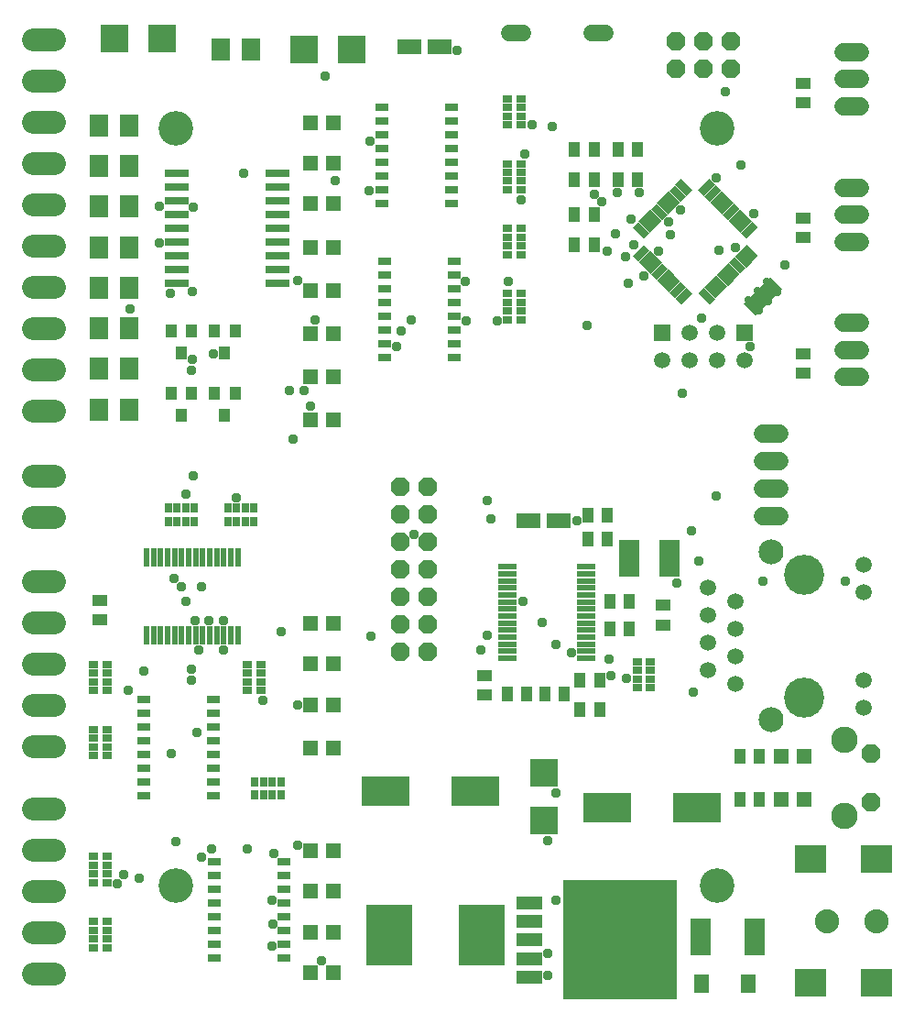
<source format=gbr>
G04 EAGLE Gerber RS-274X export*
G75*
%MOMM*%
%FSLAX34Y34*%
%LPD*%
%INSoldermask Top*%
%IPPOS*%
%AMOC8*
5,1,8,0,0,1.08239X$1,22.5*%
G01*
%ADD10C,3.203200*%
%ADD11R,1.403200X1.403200*%
%ADD12R,1.473200X1.673200*%
%ADD13R,1.003200X1.403200*%
%ADD14R,1.983200X3.403200*%
%ADD15R,3.003200X2.603200*%
%ADD16C,2.235200*%
%ADD17R,1.403200X1.003200*%
%ADD18R,1.511200X1.511200*%
%ADD19C,1.511200*%
%ADD20R,1.703200X0.603200*%
%ADD21R,1.903200X3.503200*%
%ADD22R,2.203200X1.403200*%
%ADD23C,2.303200*%
%ADD24C,3.703200*%
%ADD25C,1.727200*%
%ADD26R,1.473200X0.762000*%
%ADD27R,0.762000X1.473200*%
%ADD28C,0.653200*%
%ADD29R,3.495041X1.534159*%
%ADD30R,4.503200X2.703200*%
%ADD31R,4.203200X5.703200*%
%ADD32R,10.613200X11.003200*%
%ADD33R,2.362200X1.270000*%
%ADD34R,2.603200X2.603200*%
%ADD35P,1.869504X8X112.500000*%
%ADD36C,2.451100*%
%ADD37P,1.852186X8X22.500000*%
%ADD38C,1.524000*%
%ADD39R,1.203200X0.703200*%
%ADD40R,0.603200X1.703200*%
%ADD41C,2.108200*%
%ADD42R,0.853200X0.703200*%
%ADD43R,0.703200X0.853200*%
%ADD44R,2.184400X0.762000*%
%ADD45P,1.852186X8X112.500000*%
%ADD46R,1.005200X1.175200*%
%ADD47R,1.803200X2.003200*%
%ADD48C,0.959600*%


D10*
X172500Y832500D03*
X672500Y832500D03*
X172500Y132500D03*
X672500Y132500D03*
D11*
X753000Y212500D03*
X732000Y212500D03*
D12*
X701500Y42500D03*
X658500Y42500D03*
D13*
X711500Y212500D03*
X693500Y212500D03*
D14*
X657600Y85000D03*
X707400Y85000D03*
D15*
X820000Y43000D03*
X820000Y157000D03*
X759000Y43000D03*
X759000Y157000D03*
D16*
X820000Y100000D03*
X774280Y100000D03*
D17*
X752500Y624000D03*
X752500Y606000D03*
X752500Y749000D03*
X752500Y731000D03*
D18*
X621750Y643625D03*
X697950Y643625D03*
D19*
X647150Y643625D03*
X672550Y643625D03*
X672550Y618225D03*
X647150Y618225D03*
X621750Y618225D03*
X697950Y618225D03*
D17*
X752500Y874000D03*
X752500Y856000D03*
D20*
X478750Y427250D03*
X478750Y420750D03*
X478750Y414250D03*
X478750Y407750D03*
X478750Y401250D03*
X478750Y394750D03*
X478750Y388250D03*
X478750Y381750D03*
X478750Y375250D03*
X478750Y368750D03*
X478750Y362250D03*
X478750Y355750D03*
X478750Y349250D03*
X478750Y342750D03*
X551250Y342750D03*
X551250Y349250D03*
X551250Y355750D03*
X551250Y362250D03*
X551250Y368750D03*
X551250Y375250D03*
X551250Y381750D03*
X551250Y388250D03*
X551250Y394750D03*
X551250Y401250D03*
X551250Y407750D03*
X551250Y414250D03*
X551250Y420750D03*
X551250Y427250D03*
D13*
X496500Y310000D03*
X478500Y310000D03*
D17*
X457500Y326500D03*
X457500Y308500D03*
D13*
X513500Y310000D03*
X531500Y310000D03*
D21*
X591500Y435000D03*
X628500Y435000D03*
D13*
X573500Y370000D03*
X591500Y370000D03*
X573500Y395000D03*
X591500Y395000D03*
X564000Y322500D03*
X546000Y322500D03*
D17*
X622500Y391500D03*
X622500Y373500D03*
D13*
X564000Y295000D03*
X546000Y295000D03*
D22*
X498500Y470000D03*
X526500Y470000D03*
D13*
X571500Y475000D03*
X553500Y475000D03*
X571500Y452500D03*
X553500Y452500D03*
D23*
X722700Y285750D03*
X722700Y440650D03*
D19*
X808400Y429450D03*
X808400Y404050D03*
X808400Y322350D03*
X808400Y296950D03*
X664300Y407600D03*
X664300Y382200D03*
X664300Y356800D03*
X664300Y331400D03*
X689700Y395000D03*
X689700Y369600D03*
X689700Y344200D03*
X689700Y318800D03*
D24*
X753000Y306200D03*
X753000Y420200D03*
D25*
X730120Y550600D02*
X714880Y550600D01*
X714880Y525200D02*
X730120Y525200D01*
X730120Y499800D02*
X714880Y499800D01*
X714880Y474400D02*
X730120Y474400D01*
D13*
X559000Y812500D03*
X541000Y812500D03*
X541000Y785000D03*
X559000Y785000D03*
X581000Y785000D03*
X599000Y785000D03*
X693500Y252500D03*
X711500Y252500D03*
D11*
X753000Y252500D03*
X732000Y252500D03*
D26*
G36*
X660540Y685250D02*
X670956Y674834D01*
X665568Y669446D01*
X655152Y679862D01*
X660540Y685250D01*
G37*
G36*
X666197Y690907D02*
X676613Y680491D01*
X671225Y675103D01*
X660809Y685519D01*
X666197Y690907D01*
G37*
G36*
X671854Y696563D02*
X682270Y686147D01*
X676882Y680759D01*
X666466Y691175D01*
X671854Y696563D01*
G37*
G36*
X677511Y702220D02*
X687927Y691804D01*
X682539Y686416D01*
X672123Y696832D01*
X677511Y702220D01*
G37*
G36*
X683168Y707877D02*
X693584Y697461D01*
X688196Y692073D01*
X677780Y702489D01*
X683168Y707877D01*
G37*
G36*
X688825Y713534D02*
X699241Y703118D01*
X693853Y697730D01*
X683437Y708146D01*
X688825Y713534D01*
G37*
G36*
X694481Y719191D02*
X704897Y708775D01*
X699509Y703387D01*
X689093Y713803D01*
X694481Y719191D01*
G37*
G36*
X700138Y724848D02*
X710554Y714432D01*
X705166Y709044D01*
X694750Y719460D01*
X700138Y724848D01*
G37*
D27*
G36*
X705166Y745956D02*
X710554Y740568D01*
X700138Y730152D01*
X694750Y735540D01*
X705166Y745956D01*
G37*
G36*
X699509Y751613D02*
X704897Y746225D01*
X694481Y735809D01*
X689093Y741197D01*
X699509Y751613D01*
G37*
G36*
X693853Y757270D02*
X699241Y751882D01*
X688825Y741466D01*
X683437Y746854D01*
X693853Y757270D01*
G37*
G36*
X688196Y762927D02*
X693584Y757539D01*
X683168Y747123D01*
X677780Y752511D01*
X688196Y762927D01*
G37*
G36*
X682539Y768584D02*
X687927Y763196D01*
X677511Y752780D01*
X672123Y758168D01*
X682539Y768584D01*
G37*
G36*
X676882Y774241D02*
X682270Y768853D01*
X671854Y758437D01*
X666466Y763825D01*
X676882Y774241D01*
G37*
G36*
X671225Y779897D02*
X676613Y774509D01*
X666197Y764093D01*
X660809Y769481D01*
X671225Y779897D01*
G37*
G36*
X665568Y785554D02*
X670956Y780166D01*
X660540Y769750D01*
X655152Y775138D01*
X665568Y785554D01*
G37*
D26*
G36*
X639432Y785554D02*
X649848Y775138D01*
X644460Y769750D01*
X634044Y780166D01*
X639432Y785554D01*
G37*
G36*
X633775Y779897D02*
X644191Y769481D01*
X638803Y764093D01*
X628387Y774509D01*
X633775Y779897D01*
G37*
G36*
X628118Y774241D02*
X638534Y763825D01*
X633146Y758437D01*
X622730Y768853D01*
X628118Y774241D01*
G37*
G36*
X622461Y768584D02*
X632877Y758168D01*
X627489Y752780D01*
X617073Y763196D01*
X622461Y768584D01*
G37*
G36*
X616804Y762927D02*
X627220Y752511D01*
X621832Y747123D01*
X611416Y757539D01*
X616804Y762927D01*
G37*
G36*
X611147Y757270D02*
X621563Y746854D01*
X616175Y741466D01*
X605759Y751882D01*
X611147Y757270D01*
G37*
G36*
X605491Y751613D02*
X615907Y741197D01*
X610519Y735809D01*
X600103Y746225D01*
X605491Y751613D01*
G37*
G36*
X599834Y745956D02*
X610250Y735540D01*
X604862Y730152D01*
X594446Y740568D01*
X599834Y745956D01*
G37*
D27*
G36*
X604862Y724848D02*
X610250Y719460D01*
X599834Y709044D01*
X594446Y714432D01*
X604862Y724848D01*
G37*
G36*
X610519Y719191D02*
X615907Y713803D01*
X605491Y703387D01*
X600103Y708775D01*
X610519Y719191D01*
G37*
G36*
X616175Y713534D02*
X621563Y708146D01*
X611147Y697730D01*
X605759Y703118D01*
X616175Y713534D01*
G37*
G36*
X621832Y707877D02*
X627220Y702489D01*
X616804Y692073D01*
X611416Y697461D01*
X621832Y707877D01*
G37*
G36*
X627489Y702220D02*
X632877Y696832D01*
X622461Y686416D01*
X617073Y691804D01*
X627489Y702220D01*
G37*
G36*
X633146Y696563D02*
X638534Y691175D01*
X628118Y680759D01*
X622730Y686147D01*
X633146Y696563D01*
G37*
G36*
X638803Y690907D02*
X644191Y685519D01*
X633775Y675103D01*
X628387Y680491D01*
X638803Y690907D01*
G37*
G36*
X644460Y685250D02*
X649848Y679862D01*
X639432Y669446D01*
X634044Y674834D01*
X644460Y685250D01*
G37*
D13*
X581000Y812500D03*
X599000Y812500D03*
X559000Y752500D03*
X541000Y752500D03*
D28*
X701371Y674159D02*
X711659Y663871D01*
X720144Y672356D02*
X709856Y682644D01*
X718341Y691129D02*
X728629Y680841D01*
D29*
G36*
X732780Y684396D02*
X708068Y659684D01*
X697220Y670532D01*
X721932Y695244D01*
X732780Y684396D01*
G37*
D13*
X559000Y725000D03*
X541000Y725000D03*
D30*
X366000Y220000D03*
X449000Y220000D03*
X654000Y205000D03*
X571000Y205000D03*
D31*
X370000Y87500D03*
X455000Y87500D03*
D32*
X582900Y82500D03*
D33*
X499588Y116536D03*
X499588Y99518D03*
X499588Y82500D03*
X499588Y65482D03*
X499588Y48464D03*
D34*
X512500Y237000D03*
X512500Y193000D03*
D35*
X814946Y209894D03*
X814946Y255106D03*
D36*
X790054Y197448D03*
X790054Y267552D03*
D25*
X789880Y652500D02*
X805120Y652500D01*
X805120Y627500D02*
X789880Y627500D01*
X789880Y602500D02*
X805120Y602500D01*
X805120Y777500D02*
X789880Y777500D01*
X789880Y752500D02*
X805120Y752500D01*
X805120Y727500D02*
X789880Y727500D01*
X789880Y902500D02*
X805120Y902500D01*
X805120Y877500D02*
X789880Y877500D01*
X789880Y852500D02*
X805120Y852500D01*
D37*
X634600Y887300D03*
X634600Y912700D03*
X660000Y887300D03*
X660000Y912700D03*
X685400Y887300D03*
X685400Y912700D03*
D38*
X569704Y920000D02*
X556496Y920000D01*
X493504Y920000D02*
X480296Y920000D01*
D11*
X318000Y375000D03*
X297000Y375000D03*
X318000Y337500D03*
X297000Y337500D03*
X318000Y300000D03*
X297000Y300000D03*
X318000Y260000D03*
X297000Y260000D03*
X318000Y165000D03*
X297000Y165000D03*
X318000Y127500D03*
X297000Y127500D03*
X318000Y90000D03*
X297000Y90000D03*
D39*
X142600Y304450D03*
X142600Y291750D03*
X142600Y279050D03*
X142600Y266350D03*
X142600Y253650D03*
X142600Y240950D03*
X142600Y228250D03*
X142600Y215550D03*
X207400Y215550D03*
X207400Y228250D03*
X207400Y240950D03*
X207400Y253650D03*
X207400Y266350D03*
X207400Y279050D03*
X207400Y291750D03*
X207400Y304450D03*
X207600Y154450D03*
X207600Y141750D03*
X207600Y129050D03*
X207600Y116350D03*
X207600Y103650D03*
X207600Y90950D03*
X207600Y78250D03*
X207600Y65550D03*
X272400Y65550D03*
X272400Y78250D03*
X272400Y90950D03*
X272400Y103650D03*
X272400Y116350D03*
X272400Y129050D03*
X272400Y141750D03*
X272400Y154450D03*
D11*
X318000Y52500D03*
X297000Y52500D03*
D40*
X229750Y436250D03*
X223250Y436250D03*
X216750Y436250D03*
X210250Y436250D03*
X203750Y436250D03*
X197250Y436250D03*
X190750Y436250D03*
X184250Y436250D03*
X177750Y436250D03*
X171250Y436250D03*
X164750Y436250D03*
X158250Y436250D03*
X151750Y436250D03*
X145250Y436250D03*
X145250Y363750D03*
X151750Y363750D03*
X158250Y363750D03*
X164750Y363750D03*
X171250Y363750D03*
X177750Y363750D03*
X184250Y363750D03*
X190750Y363750D03*
X197250Y363750D03*
X203750Y363750D03*
X210250Y363750D03*
X216750Y363750D03*
X223250Y363750D03*
X229750Y363750D03*
D41*
X59525Y511550D02*
X40475Y511550D01*
X40475Y473450D02*
X59525Y473450D01*
D39*
X362600Y851950D03*
X362600Y839250D03*
X362600Y826550D03*
X362600Y813850D03*
X362600Y801150D03*
X362600Y788450D03*
X362600Y775750D03*
X362600Y763050D03*
X427400Y763050D03*
X427400Y775750D03*
X427400Y788450D03*
X427400Y801150D03*
X427400Y813850D03*
X427400Y826550D03*
X427400Y839250D03*
X427400Y851950D03*
D42*
X96250Y277000D03*
X96250Y269000D03*
X96250Y261000D03*
X96250Y253000D03*
X108750Y253000D03*
X108750Y261000D03*
X108750Y269000D03*
X108750Y277000D03*
X108750Y313000D03*
X108750Y321000D03*
X108750Y329000D03*
X108750Y337000D03*
X96250Y337000D03*
X96250Y329000D03*
X96250Y321000D03*
X96250Y313000D03*
X96250Y99500D03*
X96250Y91500D03*
X96250Y83500D03*
X96250Y75500D03*
X108750Y75500D03*
X108750Y83500D03*
X108750Y91500D03*
X108750Y99500D03*
X108750Y135500D03*
X108750Y143500D03*
X108750Y151500D03*
X108750Y159500D03*
X96250Y159500D03*
X96250Y151500D03*
X96250Y143500D03*
X96250Y135500D03*
X598750Y339500D03*
X598750Y331500D03*
X598750Y323500D03*
X598750Y315500D03*
X611250Y315500D03*
X611250Y323500D03*
X611250Y331500D03*
X611250Y339500D03*
D43*
X189500Y481250D03*
X181500Y481250D03*
X173500Y481250D03*
X165500Y481250D03*
X165500Y468750D03*
X173500Y468750D03*
X181500Y468750D03*
X189500Y468750D03*
D42*
X478750Y799500D03*
X478750Y791500D03*
X478750Y783500D03*
X478750Y775500D03*
X491250Y775500D03*
X491250Y783500D03*
X491250Y791500D03*
X491250Y799500D03*
X478750Y859500D03*
X478750Y851500D03*
X478750Y843500D03*
X478750Y835500D03*
X491250Y835500D03*
X491250Y843500D03*
X491250Y851500D03*
X491250Y859500D03*
D41*
X59525Y413700D02*
X40475Y413700D01*
X40475Y375600D02*
X59525Y375600D01*
X59525Y337500D02*
X40475Y337500D01*
X40475Y299400D02*
X59525Y299400D01*
X59525Y261300D02*
X40475Y261300D01*
X40475Y203700D02*
X59525Y203700D01*
X59525Y165600D02*
X40475Y165600D01*
X40475Y127500D02*
X59525Y127500D01*
X59525Y89400D02*
X40475Y89400D01*
X40475Y51300D02*
X59525Y51300D01*
D17*
X102500Y396500D03*
X102500Y378500D03*
D11*
X297000Y837500D03*
X318000Y837500D03*
X297000Y800000D03*
X318000Y800000D03*
X297000Y762500D03*
X318000Y762500D03*
X297000Y722500D03*
X318000Y722500D03*
D34*
X159500Y915000D03*
X115500Y915000D03*
X290500Y905000D03*
X334500Y905000D03*
D22*
X416500Y907500D03*
X388500Y907500D03*
D41*
X59525Y913950D02*
X40475Y913950D01*
X40475Y875850D02*
X59525Y875850D01*
X59525Y837750D02*
X40475Y837750D01*
X40475Y799650D02*
X59525Y799650D01*
X59525Y761550D02*
X40475Y761550D01*
X40475Y723450D02*
X59525Y723450D01*
X59525Y685350D02*
X40475Y685350D01*
X40475Y647250D02*
X59525Y647250D01*
X59525Y609150D02*
X40475Y609150D01*
X40475Y571050D02*
X59525Y571050D01*
D44*
X266736Y689200D03*
X266736Y701900D03*
X266736Y714600D03*
X266736Y727300D03*
X266736Y740000D03*
X266736Y752700D03*
X266736Y765400D03*
X266736Y778100D03*
X266736Y790800D03*
X173264Y790800D03*
X173264Y778100D03*
X173264Y765400D03*
X173264Y752700D03*
X173264Y740000D03*
X173264Y727300D03*
X173264Y714600D03*
X173264Y701900D03*
X173264Y689200D03*
D39*
X365100Y709450D03*
X365100Y696750D03*
X365100Y684050D03*
X365100Y671350D03*
X365100Y658650D03*
X365100Y645950D03*
X365100Y633250D03*
X365100Y620550D03*
X429900Y620550D03*
X429900Y633250D03*
X429900Y645950D03*
X429900Y658650D03*
X429900Y671350D03*
X429900Y684050D03*
X429900Y696750D03*
X429900Y709450D03*
D43*
X244500Y481250D03*
X236500Y481250D03*
X228500Y481250D03*
X220500Y481250D03*
X220500Y468750D03*
X228500Y468750D03*
X236500Y468750D03*
X244500Y468750D03*
D42*
X478750Y739500D03*
X478750Y731500D03*
X478750Y723500D03*
X478750Y715500D03*
X491250Y715500D03*
X491250Y723500D03*
X491250Y731500D03*
X491250Y739500D03*
X478750Y679500D03*
X478750Y671500D03*
X478750Y663500D03*
X478750Y655500D03*
X491250Y655500D03*
X491250Y663500D03*
X491250Y671500D03*
X491250Y679500D03*
D11*
X297000Y682500D03*
X318000Y682500D03*
X297000Y642500D03*
X318000Y642500D03*
X297000Y602500D03*
X318000Y602500D03*
X297000Y562500D03*
X318000Y562500D03*
D45*
X405200Y348800D03*
X379800Y348800D03*
X405200Y374200D03*
X379800Y374200D03*
X405200Y399600D03*
X379800Y399600D03*
X405200Y425000D03*
X379800Y425000D03*
X405200Y450400D03*
X379800Y450400D03*
X405200Y475800D03*
X379800Y475800D03*
X405200Y501200D03*
X379800Y501200D03*
D46*
X177500Y567500D03*
X168000Y587500D03*
X187000Y587500D03*
X217500Y567500D03*
X208000Y587500D03*
X227000Y587500D03*
X217500Y625000D03*
X208000Y645000D03*
X227000Y645000D03*
X177500Y625000D03*
X168000Y645000D03*
X187000Y645000D03*
D47*
X101000Y797500D03*
X129000Y797500D03*
X101000Y760000D03*
X129000Y760000D03*
X101000Y722500D03*
X129000Y722500D03*
X101000Y685000D03*
X129000Y685000D03*
X101000Y647500D03*
X129000Y647500D03*
X101000Y610000D03*
X129000Y610000D03*
X101000Y572500D03*
X129000Y572500D03*
X241500Y905000D03*
X213500Y905000D03*
X101000Y835000D03*
X129000Y835000D03*
D42*
X238750Y337000D03*
X238750Y329000D03*
X238750Y321000D03*
X238750Y313000D03*
X251250Y313000D03*
X251250Y321000D03*
X251250Y329000D03*
X251250Y337000D03*
D43*
X269500Y228750D03*
X261500Y228750D03*
X253500Y228750D03*
X245500Y228750D03*
X245500Y216250D03*
X253500Y216250D03*
X261500Y216250D03*
X269500Y216250D03*
D48*
X559234Y771498D03*
X580665Y772519D03*
X601075Y772519D03*
X542906Y469430D03*
X516373Y50005D03*
X516373Y70415D03*
X516373Y174506D03*
X296966Y575562D03*
X290843Y589849D03*
X269412Y367380D03*
X177567Y409221D03*
X694961Y798031D03*
X463307Y471471D03*
X460246Y488820D03*
X552091Y650059D03*
X592911Y748027D03*
X571480Y718432D03*
X392893Y457184D03*
X735781Y706186D03*
X790888Y414323D03*
X715371Y414323D03*
X353093Y363298D03*
X706186Y753129D03*
X680674Y866405D03*
X671489Y786806D03*
X492902Y394934D03*
X635772Y412282D03*
X656182Y432692D03*
X454123Y350032D03*
X460246Y364319D03*
X689858Y722514D03*
X671489Y492902D03*
X703125Y630669D03*
X537804Y347991D03*
X181649Y394934D03*
X195936Y409221D03*
X511271Y375544D03*
X649038Y460246D03*
X588829Y324519D03*
X574542Y326560D03*
X572501Y341868D03*
X651079Y311253D03*
X523517Y355134D03*
X590870Y688838D03*
X566378Y764355D03*
X587808Y713330D03*
X605157Y695981D03*
X170424Y416364D03*
X595972Y724555D03*
X618423Y718432D03*
X674551Y719453D03*
X638833Y757211D03*
X658223Y657202D03*
X640874Y587808D03*
X629649Y733740D03*
X523517Y119399D03*
X523517Y218387D03*
X520455Y833749D03*
X627608Y745986D03*
X578624Y734760D03*
X138788Y139809D03*
X172465Y173485D03*
X142870Y330642D03*
X189813Y377585D03*
X284720Y300027D03*
X191854Y274515D03*
X193895Y350032D03*
X128583Y313294D03*
X186752Y332683D03*
X168383Y255125D03*
X253084Y304109D03*
X205121Y166342D03*
X238797Y166342D03*
X284720Y170424D03*
X216346Y350032D03*
X195936Y159198D03*
X261248Y119399D03*
X216346Y377585D03*
X124501Y142870D03*
X262269Y96948D03*
X203080Y377585D03*
X118378Y134706D03*
X261248Y76538D03*
X186752Y322478D03*
X491881Y766396D03*
X502086Y835790D03*
X187772Y618423D03*
X207162Y623526D03*
X432692Y904163D03*
X234715Y790888D03*
X310232Y880692D03*
X494943Y808236D03*
X186752Y608218D03*
X129604Y665366D03*
X157157Y726596D03*
X167362Y679653D03*
X157157Y760273D03*
X187772Y681694D03*
X188793Y759252D03*
X479635Y690879D03*
X439836Y690879D03*
X469430Y654141D03*
X440856Y654141D03*
X284720Y691899D03*
X301048Y655161D03*
X389831Y655161D03*
X188793Y511271D03*
X352073Y820482D03*
X181649Y493922D03*
X319417Y783744D03*
X277576Y589849D03*
X351052Y774560D03*
X280638Y544947D03*
X380647Y644956D03*
X228592Y490861D03*
X376565Y630669D03*
X263289Y162260D03*
X307171Y63271D03*
M02*

</source>
